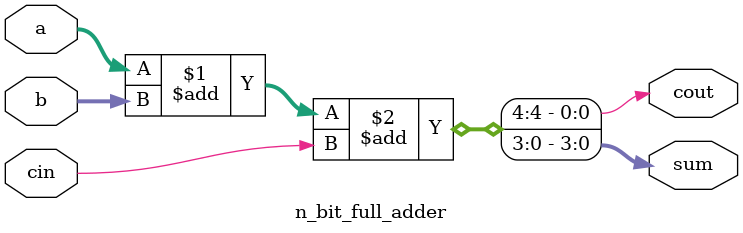
<source format=v>
module n_bit_full_adder #(
    parameter n = 4
)
(
    input [n-1:0] a, b,
    input cin,
    output [n-1:0] sum,
    output cout
);

assign {cout, sum} = a + b + cin;

endmodule
</source>
